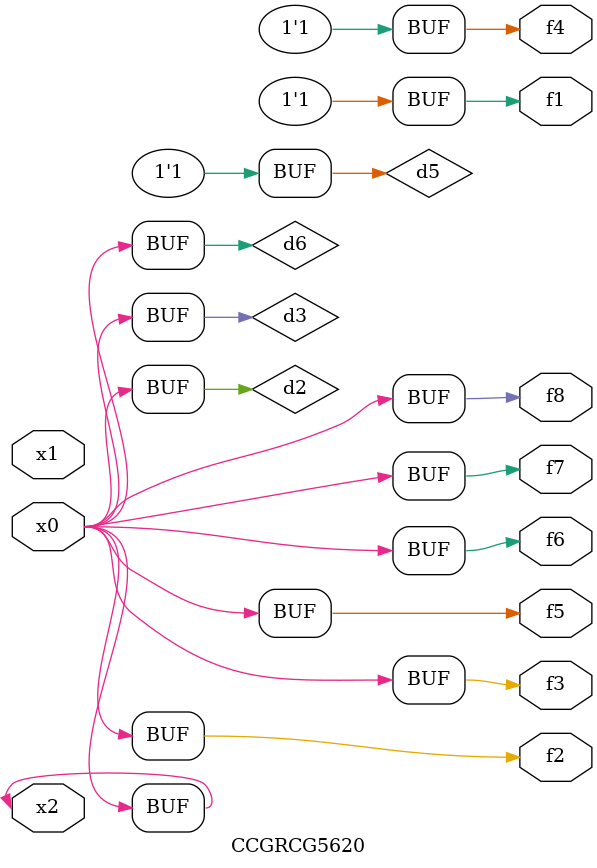
<source format=v>
module CCGRCG5620(
	input x0, x1, x2,
	output f1, f2, f3, f4, f5, f6, f7, f8
);

	wire d1, d2, d3, d4, d5, d6;

	xnor (d1, x2);
	buf (d2, x0, x2);
	and (d3, x0);
	xnor (d4, x1, x2);
	nand (d5, d1, d3);
	buf (d6, d2, d3);
	assign f1 = d5;
	assign f2 = d6;
	assign f3 = d6;
	assign f4 = d5;
	assign f5 = d6;
	assign f6 = d6;
	assign f7 = d6;
	assign f8 = d6;
endmodule

</source>
